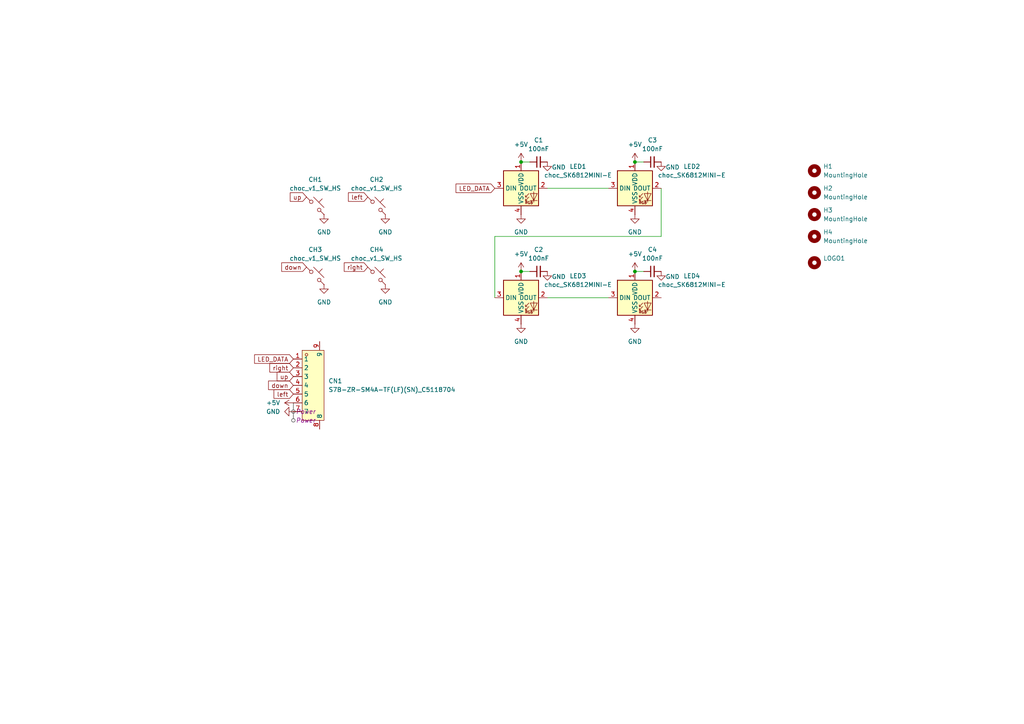
<source format=kicad_sch>
(kicad_sch
	(version 20231120)
	(generator "eeschema")
	(generator_version "8.0")
	(uuid "bb503f9d-7dde-44fc-8b0d-500d47c85fdc")
	(paper "A4")
	(title_block
		(title "wasd-m")
		(date "2025-02-03")
		(rev "v1")
		(company "Speedy Labs")
	)
	(lib_symbols
		(symbol "Device:C_Small"
			(pin_numbers hide)
			(pin_names
				(offset 0.254) hide)
			(exclude_from_sim no)
			(in_bom yes)
			(on_board yes)
			(property "Reference" "C"
				(at 0.254 1.778 0)
				(effects
					(font
						(size 1.27 1.27)
					)
					(justify left)
				)
			)
			(property "Value" "C_Small"
				(at 0.254 -2.032 0)
				(effects
					(font
						(size 1.27 1.27)
					)
					(justify left)
				)
			)
			(property "Footprint" ""
				(at 0 0 0)
				(effects
					(font
						(size 1.27 1.27)
					)
					(hide yes)
				)
			)
			(property "Datasheet" "~"
				(at 0 0 0)
				(effects
					(font
						(size 1.27 1.27)
					)
					(hide yes)
				)
			)
			(property "Description" "Unpolarized capacitor, small symbol"
				(at 0 0 0)
				(effects
					(font
						(size 1.27 1.27)
					)
					(hide yes)
				)
			)
			(property "ki_keywords" "capacitor cap"
				(at 0 0 0)
				(effects
					(font
						(size 1.27 1.27)
					)
					(hide yes)
				)
			)
			(property "ki_fp_filters" "C_*"
				(at 0 0 0)
				(effects
					(font
						(size 1.27 1.27)
					)
					(hide yes)
				)
			)
			(symbol "C_Small_0_1"
				(polyline
					(pts
						(xy -1.524 -0.508) (xy 1.524 -0.508)
					)
					(stroke
						(width 0.3302)
						(type default)
					)
					(fill
						(type none)
					)
				)
				(polyline
					(pts
						(xy -1.524 0.508) (xy 1.524 0.508)
					)
					(stroke
						(width 0.3048)
						(type default)
					)
					(fill
						(type none)
					)
				)
			)
			(symbol "C_Small_1_1"
				(pin passive line
					(at 0 2.54 270)
					(length 2.032)
					(name "~"
						(effects
							(font
								(size 1.27 1.27)
							)
						)
					)
					(number "1"
						(effects
							(font
								(size 1.27 1.27)
							)
						)
					)
				)
				(pin passive line
					(at 0 -2.54 90)
					(length 2.032)
					(name "~"
						(effects
							(font
								(size 1.27 1.27)
							)
						)
					)
					(number "2"
						(effects
							(font
								(size 1.27 1.27)
							)
						)
					)
				)
			)
		)
		(symbol "Mechanical:MountingHole"
			(pin_names
				(offset 1.016)
			)
			(exclude_from_sim yes)
			(in_bom no)
			(on_board yes)
			(property "Reference" "H"
				(at 0 5.08 0)
				(effects
					(font
						(size 1.27 1.27)
					)
				)
			)
			(property "Value" "MountingHole"
				(at 0 3.175 0)
				(effects
					(font
						(size 1.27 1.27)
					)
				)
			)
			(property "Footprint" ""
				(at 0 0 0)
				(effects
					(font
						(size 1.27 1.27)
					)
					(hide yes)
				)
			)
			(property "Datasheet" "~"
				(at 0 0 0)
				(effects
					(font
						(size 1.27 1.27)
					)
					(hide yes)
				)
			)
			(property "Description" "Mounting Hole without connection"
				(at 0 0 0)
				(effects
					(font
						(size 1.27 1.27)
					)
					(hide yes)
				)
			)
			(property "ki_keywords" "mounting hole"
				(at 0 0 0)
				(effects
					(font
						(size 1.27 1.27)
					)
					(hide yes)
				)
			)
			(property "ki_fp_filters" "MountingHole*"
				(at 0 0 0)
				(effects
					(font
						(size 1.27 1.27)
					)
					(hide yes)
				)
			)
			(symbol "MountingHole_0_1"
				(circle
					(center 0 0)
					(radius 1.27)
					(stroke
						(width 1.27)
						(type default)
					)
					(fill
						(type none)
					)
				)
			)
		)
		(symbol "PCM_marbastlib-choc:choc_SK6812MINI-E"
			(exclude_from_sim no)
			(in_bom yes)
			(on_board yes)
			(property "Reference" "LED"
				(at 2.54 6.35 0)
				(effects
					(font
						(size 1.27 1.27)
					)
				)
			)
			(property "Value" "choc_SK6812MINI-E"
				(at 10.795 -6.35 0)
				(effects
					(font
						(size 1.27 1.27)
					)
				)
			)
			(property "Footprint" "PCM_marbastlib-choc:LED_choc_6028R"
				(at 0 0 0)
				(effects
					(font
						(size 1.27 1.27)
					)
					(hide yes)
				)
			)
			(property "Datasheet" ""
				(at 0 0 0)
				(effects
					(font
						(size 1.27 1.27)
					)
					(hide yes)
				)
			)
			(property "Description" "Reverse mount adressable LED (WS2812 protocol)"
				(at 0 0 0)
				(effects
					(font
						(size 1.27 1.27)
					)
					(hide yes)
				)
			)
			(property "ki_keywords" "reverse mount led revmount rgb"
				(at 0 0 0)
				(effects
					(font
						(size 1.27 1.27)
					)
					(hide yes)
				)
			)
			(symbol "choc_SK6812MINI-E_0_0"
				(text "RGB"
					(at 2.286 -4.191 0)
					(effects
						(font
							(size 0.762 0.762)
						)
					)
				)
			)
			(symbol "choc_SK6812MINI-E_0_1"
				(rectangle
					(start -5.08 5.08)
					(end 5.08 -5.08)
					(stroke
						(width 0.254)
						(type default)
					)
					(fill
						(type background)
					)
				)
				(polyline
					(pts
						(xy 1.27 -3.556) (xy 1.778 -3.556)
					)
					(stroke
						(width 0)
						(type default)
					)
					(fill
						(type none)
					)
				)
				(polyline
					(pts
						(xy 1.27 -2.54) (xy 1.778 -2.54)
					)
					(stroke
						(width 0)
						(type default)
					)
					(fill
						(type none)
					)
				)
				(polyline
					(pts
						(xy 4.699 -3.556) (xy 2.667 -3.556)
					)
					(stroke
						(width 0)
						(type default)
					)
					(fill
						(type none)
					)
				)
				(polyline
					(pts
						(xy 2.286 -2.54) (xy 1.27 -3.556) (xy 1.27 -3.048)
					)
					(stroke
						(width 0)
						(type default)
					)
					(fill
						(type none)
					)
				)
				(polyline
					(pts
						(xy 2.286 -1.524) (xy 1.27 -2.54) (xy 1.27 -2.032)
					)
					(stroke
						(width 0)
						(type default)
					)
					(fill
						(type none)
					)
				)
				(polyline
					(pts
						(xy 3.683 -1.016) (xy 3.683 -3.556) (xy 3.683 -4.064)
					)
					(stroke
						(width 0)
						(type default)
					)
					(fill
						(type none)
					)
				)
				(polyline
					(pts
						(xy 4.699 -1.524) (xy 2.667 -1.524) (xy 3.683 -3.556) (xy 4.699 -1.524)
					)
					(stroke
						(width 0)
						(type default)
					)
					(fill
						(type none)
					)
				)
			)
			(symbol "choc_SK6812MINI-E_1_1"
				(pin power_in line
					(at 0 7.62 270)
					(length 2.54)
					(name "VDD"
						(effects
							(font
								(size 1.27 1.27)
							)
						)
					)
					(number "1"
						(effects
							(font
								(size 1.27 1.27)
							)
						)
					)
				)
				(pin output line
					(at 7.62 0 180)
					(length 2.54)
					(name "DOUT"
						(effects
							(font
								(size 1.27 1.27)
							)
						)
					)
					(number "2"
						(effects
							(font
								(size 1.27 1.27)
							)
						)
					)
				)
				(pin input line
					(at -7.62 0 0)
					(length 2.54)
					(name "DIN"
						(effects
							(font
								(size 1.27 1.27)
							)
						)
					)
					(number "3"
						(effects
							(font
								(size 1.27 1.27)
							)
						)
					)
				)
				(pin power_in line
					(at 0 -7.62 90)
					(length 2.54)
					(name "VSS"
						(effects
							(font
								(size 1.27 1.27)
							)
						)
					)
					(number "4"
						(effects
							(font
								(size 1.27 1.27)
							)
						)
					)
				)
			)
		)
		(symbol "PCM_marbastlib-choc:choc_v1_SW_HS_CPG135001S30"
			(pin_numbers hide)
			(pin_names
				(offset 1.016) hide)
			(exclude_from_sim no)
			(in_bom yes)
			(on_board yes)
			(property "Reference" "CH"
				(at 3.048 1.016 0)
				(effects
					(font
						(size 1.27 1.27)
					)
					(justify left)
				)
			)
			(property "Value" "choc_v1_SW_HS"
				(at 0 -3.81 0)
				(effects
					(font
						(size 1.27 1.27)
					)
				)
			)
			(property "Footprint" "PCM_marbastlib-choc:SW_choc_v1_HS_CPG135001S30_1u"
				(at 0 0 0)
				(effects
					(font
						(size 1.27 1.27)
					)
					(hide yes)
				)
			)
			(property "Datasheet" "~"
				(at 0 0 0)
				(effects
					(font
						(size 1.27 1.27)
					)
					(hide yes)
				)
			)
			(property "Description" "Push button switch, normally open, two pins, 45° tilted"
				(at 0 0 0)
				(effects
					(font
						(size 1.27 1.27)
					)
					(hide yes)
				)
			)
			(property "ki_keywords" "switch normally-open pushbutton push-button"
				(at 0 0 0)
				(effects
					(font
						(size 1.27 1.27)
					)
					(hide yes)
				)
			)
			(symbol "choc_v1_SW_HS_CPG135001S30_0_1"
				(circle
					(center -1.1684 1.1684)
					(radius 0.508)
					(stroke
						(width 0)
						(type default)
					)
					(fill
						(type none)
					)
				)
				(polyline
					(pts
						(xy -0.508 2.54) (xy 2.54 -0.508)
					)
					(stroke
						(width 0)
						(type default)
					)
					(fill
						(type none)
					)
				)
				(polyline
					(pts
						(xy 1.016 1.016) (xy 2.032 2.032)
					)
					(stroke
						(width 0)
						(type default)
					)
					(fill
						(type none)
					)
				)
				(polyline
					(pts
						(xy -2.54 2.54) (xy -1.524 1.524) (xy -1.524 1.524)
					)
					(stroke
						(width 0)
						(type default)
					)
					(fill
						(type none)
					)
				)
				(polyline
					(pts
						(xy 1.524 -1.524) (xy 2.54 -2.54) (xy 2.54 -2.54) (xy 2.54 -2.54)
					)
					(stroke
						(width 0)
						(type default)
					)
					(fill
						(type none)
					)
				)
				(circle
					(center 1.143 -1.1938)
					(radius 0.508)
					(stroke
						(width 0)
						(type default)
					)
					(fill
						(type none)
					)
				)
				(pin passive line
					(at -2.54 2.54 0)
					(length 0)
					(name "1"
						(effects
							(font
								(size 1.27 1.27)
							)
						)
					)
					(number "1"
						(effects
							(font
								(size 1.27 1.27)
							)
						)
					)
				)
				(pin passive line
					(at 2.54 -2.54 180)
					(length 0)
					(name "2"
						(effects
							(font
								(size 1.27 1.27)
							)
						)
					)
					(number "2"
						(effects
							(font
								(size 1.27 1.27)
							)
						)
					)
				)
			)
		)
		(symbol "easyeda:S7B-ZR-SM4A-TF(LF)(SN)_C5118704"
			(exclude_from_sim no)
			(in_bom yes)
			(on_board yes)
			(property "Reference" "CN"
				(at 0 17.78 0)
				(effects
					(font
						(size 1.27 1.27)
					)
				)
			)
			(property "Value" "S7B-ZR-SM4A-TF(LF)(SN)_C5118704"
				(at 0 -17.78 0)
				(effects
					(font
						(size 1.27 1.27)
					)
				)
			)
			(property "Footprint" "easyeda:CONN-SMD_S7B-ZR-SM4A-TF-LF-SN"
				(at 0 -20.32 0)
				(effects
					(font
						(size 1.27 1.27)
					)
					(hide yes)
				)
			)
			(property "Datasheet" ""
				(at 0 0 0)
				(effects
					(font
						(size 1.27 1.27)
					)
					(hide yes)
				)
			)
			(property "Description" ""
				(at 0 0 0)
				(effects
					(font
						(size 1.27 1.27)
					)
					(hide yes)
				)
			)
			(property "LCSC Part" "C5118704"
				(at 0 -22.86 0)
				(effects
					(font
						(size 1.27 1.27)
					)
					(hide yes)
				)
			)
			(symbol "S7B-ZR-SM4A-TF(LF)(SN)_C5118704_0_1"
				(rectangle
					(start -1.27 10.16)
					(end 5.08 -10.16)
					(stroke
						(width 0)
						(type default)
					)
					(fill
						(type background)
					)
				)
				(circle
					(center 0 8.89)
					(radius 0.38)
					(stroke
						(width 0)
						(type default)
					)
					(fill
						(type none)
					)
				)
				(pin unspecified line
					(at -3.81 7.62 0)
					(length 2.54)
					(name "1"
						(effects
							(font
								(size 1.27 1.27)
							)
						)
					)
					(number "1"
						(effects
							(font
								(size 1.27 1.27)
							)
						)
					)
				)
				(pin unspecified line
					(at -3.81 5.08 0)
					(length 2.54)
					(name "2"
						(effects
							(font
								(size 1.27 1.27)
							)
						)
					)
					(number "2"
						(effects
							(font
								(size 1.27 1.27)
							)
						)
					)
				)
				(pin unspecified line
					(at -3.81 2.54 0)
					(length 2.54)
					(name "3"
						(effects
							(font
								(size 1.27 1.27)
							)
						)
					)
					(number "3"
						(effects
							(font
								(size 1.27 1.27)
							)
						)
					)
				)
				(pin unspecified line
					(at -3.81 0 0)
					(length 2.54)
					(name "4"
						(effects
							(font
								(size 1.27 1.27)
							)
						)
					)
					(number "4"
						(effects
							(font
								(size 1.27 1.27)
							)
						)
					)
				)
				(pin unspecified line
					(at -3.81 -2.54 0)
					(length 2.54)
					(name "5"
						(effects
							(font
								(size 1.27 1.27)
							)
						)
					)
					(number "5"
						(effects
							(font
								(size 1.27 1.27)
							)
						)
					)
				)
				(pin unspecified line
					(at -3.81 -5.08 0)
					(length 2.54)
					(name "6"
						(effects
							(font
								(size 1.27 1.27)
							)
						)
					)
					(number "6"
						(effects
							(font
								(size 1.27 1.27)
							)
						)
					)
				)
				(pin unspecified line
					(at -3.81 -7.62 0)
					(length 2.54)
					(name "7"
						(effects
							(font
								(size 1.27 1.27)
							)
						)
					)
					(number "7"
						(effects
							(font
								(size 1.27 1.27)
							)
						)
					)
				)
				(pin unspecified line
					(at 3.81 -12.7 90)
					(length 2.54)
					(name "8"
						(effects
							(font
								(size 1.27 1.27)
							)
						)
					)
					(number "8"
						(effects
							(font
								(size 1.27 1.27)
							)
						)
					)
				)
				(pin unspecified line
					(at 3.81 12.7 270)
					(length 2.54)
					(name "9"
						(effects
							(font
								(size 1.27 1.27)
							)
						)
					)
					(number "9"
						(effects
							(font
								(size 1.27 1.27)
							)
						)
					)
				)
			)
		)
		(symbol "power:+5V"
			(power)
			(pin_numbers hide)
			(pin_names
				(offset 0) hide)
			(exclude_from_sim no)
			(in_bom yes)
			(on_board yes)
			(property "Reference" "#PWR"
				(at 0 -3.81 0)
				(effects
					(font
						(size 1.27 1.27)
					)
					(hide yes)
				)
			)
			(property "Value" "+5V"
				(at 0 3.556 0)
				(effects
					(font
						(size 1.27 1.27)
					)
				)
			)
			(property "Footprint" ""
				(at 0 0 0)
				(effects
					(font
						(size 1.27 1.27)
					)
					(hide yes)
				)
			)
			(property "Datasheet" ""
				(at 0 0 0)
				(effects
					(font
						(size 1.27 1.27)
					)
					(hide yes)
				)
			)
			(property "Description" "Power symbol creates a global label with name \"+5V\""
				(at 0 0 0)
				(effects
					(font
						(size 1.27 1.27)
					)
					(hide yes)
				)
			)
			(property "ki_keywords" "global power"
				(at 0 0 0)
				(effects
					(font
						(size 1.27 1.27)
					)
					(hide yes)
				)
			)
			(symbol "+5V_0_1"
				(polyline
					(pts
						(xy -0.762 1.27) (xy 0 2.54)
					)
					(stroke
						(width 0)
						(type default)
					)
					(fill
						(type none)
					)
				)
				(polyline
					(pts
						(xy 0 0) (xy 0 2.54)
					)
					(stroke
						(width 0)
						(type default)
					)
					(fill
						(type none)
					)
				)
				(polyline
					(pts
						(xy 0 2.54) (xy 0.762 1.27)
					)
					(stroke
						(width 0)
						(type default)
					)
					(fill
						(type none)
					)
				)
			)
			(symbol "+5V_1_1"
				(pin power_in line
					(at 0 0 90)
					(length 0)
					(name "~"
						(effects
							(font
								(size 1.27 1.27)
							)
						)
					)
					(number "1"
						(effects
							(font
								(size 1.27 1.27)
							)
						)
					)
				)
			)
		)
		(symbol "power:GND"
			(power)
			(pin_numbers hide)
			(pin_names
				(offset 0) hide)
			(exclude_from_sim no)
			(in_bom yes)
			(on_board yes)
			(property "Reference" "#PWR"
				(at 0 -6.35 0)
				(effects
					(font
						(size 1.27 1.27)
					)
					(hide yes)
				)
			)
			(property "Value" "GND"
				(at 0 -3.81 0)
				(effects
					(font
						(size 1.27 1.27)
					)
				)
			)
			(property "Footprint" ""
				(at 0 0 0)
				(effects
					(font
						(size 1.27 1.27)
					)
					(hide yes)
				)
			)
			(property "Datasheet" ""
				(at 0 0 0)
				(effects
					(font
						(size 1.27 1.27)
					)
					(hide yes)
				)
			)
			(property "Description" "Power symbol creates a global label with name \"GND\" , ground"
				(at 0 0 0)
				(effects
					(font
						(size 1.27 1.27)
					)
					(hide yes)
				)
			)
			(property "ki_keywords" "global power"
				(at 0 0 0)
				(effects
					(font
						(size 1.27 1.27)
					)
					(hide yes)
				)
			)
			(symbol "GND_0_1"
				(polyline
					(pts
						(xy 0 0) (xy 0 -1.27) (xy 1.27 -1.27) (xy 0 -2.54) (xy -1.27 -1.27) (xy 0 -1.27)
					)
					(stroke
						(width 0)
						(type default)
					)
					(fill
						(type none)
					)
				)
			)
			(symbol "GND_1_1"
				(pin power_in line
					(at 0 0 270)
					(length 0)
					(name "~"
						(effects
							(font
								(size 1.27 1.27)
							)
						)
					)
					(number "1"
						(effects
							(font
								(size 1.27 1.27)
							)
						)
					)
				)
			)
		)
	)
	(junction
		(at 151.13 78.74)
		(diameter 0)
		(color 0 0 0 0)
		(uuid "0f8a4b78-8ea0-48e8-b756-fb4cc089cfa5")
	)
	(junction
		(at 151.13 46.99)
		(diameter 0)
		(color 0 0 0 0)
		(uuid "6ef5cc0f-1533-4a5b-9362-f286065183b1")
	)
	(junction
		(at 184.15 78.74)
		(diameter 0)
		(color 0 0 0 0)
		(uuid "71330276-3b78-4f28-a2cd-28f947c98657")
	)
	(junction
		(at 184.15 46.99)
		(diameter 0)
		(color 0 0 0 0)
		(uuid "caa64f0c-16d5-401f-8ec5-509541aa561b")
	)
	(wire
		(pts
			(xy 143.51 86.36) (xy 143.51 68.58)
		)
		(stroke
			(width 0)
			(type default)
		)
		(uuid "1102290f-7e96-405d-9d1c-e2296ed308fc")
	)
	(wire
		(pts
			(xy 158.75 54.61) (xy 176.53 54.61)
		)
		(stroke
			(width 0)
			(type default)
		)
		(uuid "636703be-796b-4a5c-af63-b57981af82c1")
	)
	(wire
		(pts
			(xy 158.75 86.36) (xy 176.53 86.36)
		)
		(stroke
			(width 0)
			(type default)
		)
		(uuid "8bada106-53a3-4754-a032-b3ec05006568")
	)
	(wire
		(pts
			(xy 151.13 78.74) (xy 153.67 78.74)
		)
		(stroke
			(width 0)
			(type default)
		)
		(uuid "9d9fa4cc-bedc-4738-9a5a-b49948e469a7")
	)
	(wire
		(pts
			(xy 191.77 68.58) (xy 191.77 54.61)
		)
		(stroke
			(width 0)
			(type default)
		)
		(uuid "ac84789b-5429-43db-af48-06bf54ba4f1b")
	)
	(wire
		(pts
			(xy 143.51 68.58) (xy 191.77 68.58)
		)
		(stroke
			(width 0)
			(type default)
		)
		(uuid "c07a78e4-15ce-421f-b7db-5e7755e645a3")
	)
	(wire
		(pts
			(xy 184.15 78.74) (xy 186.69 78.74)
		)
		(stroke
			(width 0)
			(type default)
		)
		(uuid "c2b83816-8838-4ddc-ad9a-275ec4b71af4")
	)
	(wire
		(pts
			(xy 151.13 46.99) (xy 153.67 46.99)
		)
		(stroke
			(width 0)
			(type default)
		)
		(uuid "d5320aed-4fcb-400d-b9ce-267f26b39365")
	)
	(wire
		(pts
			(xy 184.15 46.99) (xy 186.69 46.99)
		)
		(stroke
			(width 0)
			(type default)
		)
		(uuid "ee448acf-268e-4cdd-a2f7-fedf0ab72ca2")
	)
	(global_label "right"
		(shape input)
		(at 106.68 77.47 180)
		(fields_autoplaced yes)
		(effects
			(font
				(size 1.27 1.27)
			)
			(justify right)
		)
		(uuid "430a717e-2756-4eb7-a9c7-b96e2a4b27d6")
		(property "Intersheetrefs" "${INTERSHEET_REFS}"
			(at 99.2801 77.47 0)
			(effects
				(font
					(size 1.27 1.27)
				)
				(justify right)
				(hide yes)
			)
		)
	)
	(global_label "up"
		(shape input)
		(at 88.9 57.15 180)
		(fields_autoplaced yes)
		(effects
			(font
				(size 1.27 1.27)
			)
			(justify right)
		)
		(uuid "46265b20-a69a-4018-b73c-274bde3c2a65")
		(property "Intersheetrefs" "${INTERSHEET_REFS}"
			(at 83.6168 57.15 0)
			(effects
				(font
					(size 1.27 1.27)
				)
				(justify right)
				(hide yes)
			)
		)
	)
	(global_label "right"
		(shape input)
		(at 85.09 106.68 180)
		(fields_autoplaced yes)
		(effects
			(font
				(size 1.27 1.27)
			)
			(justify right)
		)
		(uuid "760565c7-3765-41f0-9aa1-790a1c602f11")
		(property "Intersheetrefs" "${INTERSHEET_REFS}"
			(at 77.6901 106.68 0)
			(effects
				(font
					(size 1.27 1.27)
				)
				(justify right)
				(hide yes)
			)
		)
	)
	(global_label "down"
		(shape input)
		(at 85.09 111.76 180)
		(fields_autoplaced yes)
		(effects
			(font
				(size 1.27 1.27)
			)
			(justify right)
		)
		(uuid "85799ffa-6c61-4a9b-84ea-319876ecc1ac")
		(property "Intersheetrefs" "${INTERSHEET_REFS}"
			(at 77.3273 111.76 0)
			(effects
				(font
					(size 1.27 1.27)
				)
				(justify right)
				(hide yes)
			)
		)
	)
	(global_label "down"
		(shape input)
		(at 88.9 77.47 180)
		(fields_autoplaced yes)
		(effects
			(font
				(size 1.27 1.27)
			)
			(justify right)
		)
		(uuid "8f115973-2284-468e-b3aa-81db4b1d2655")
		(property "Intersheetrefs" "${INTERSHEET_REFS}"
			(at 81.1373 77.47 0)
			(effects
				(font
					(size 1.27 1.27)
				)
				(justify right)
				(hide yes)
			)
		)
	)
	(global_label "LED_DATA"
		(shape input)
		(at 143.51 54.61 180)
		(fields_autoplaced yes)
		(effects
			(font
				(size 1.27 1.27)
			)
			(justify right)
		)
		(uuid "9c462663-63a9-4149-a5f1-71d86fcee2ad")
		(property "Intersheetrefs" "${INTERSHEET_REFS}"
			(at 131.6953 54.61 0)
			(effects
				(font
					(size 1.27 1.27)
				)
				(justify right)
				(hide yes)
			)
		)
	)
	(global_label "LED_DATA"
		(shape input)
		(at 85.09 104.14 180)
		(fields_autoplaced yes)
		(effects
			(font
				(size 1.27 1.27)
			)
			(justify right)
		)
		(uuid "c170e4d7-fed7-48c4-b1b5-16de4d190345")
		(property "Intersheetrefs" "${INTERSHEET_REFS}"
			(at 73.2753 104.14 0)
			(effects
				(font
					(size 1.27 1.27)
				)
				(justify right)
				(hide yes)
			)
		)
	)
	(global_label "up"
		(shape input)
		(at 85.09 109.22 180)
		(fields_autoplaced yes)
		(effects
			(font
				(size 1.27 1.27)
			)
			(justify right)
		)
		(uuid "cdb87742-0954-4485-8b9e-baf787df1bd7")
		(property "Intersheetrefs" "${INTERSHEET_REFS}"
			(at 79.8068 109.22 0)
			(effects
				(font
					(size 1.27 1.27)
				)
				(justify right)
				(hide yes)
			)
		)
	)
	(global_label "left"
		(shape input)
		(at 85.09 114.3 180)
		(fields_autoplaced yes)
		(effects
			(font
				(size 1.27 1.27)
			)
			(justify right)
		)
		(uuid "e98274af-bb0c-48bd-b4da-dbaa146072e3")
		(property "Intersheetrefs" "${INTERSHEET_REFS}"
			(at 78.8996 114.3 0)
			(effects
				(font
					(size 1.27 1.27)
				)
				(justify right)
				(hide yes)
			)
		)
	)
	(global_label "left"
		(shape input)
		(at 106.68 57.15 180)
		(fields_autoplaced yes)
		(effects
			(font
				(size 1.27 1.27)
			)
			(justify right)
		)
		(uuid "f5d18c4f-faae-4b11-a164-aa0325ffe810")
		(property "Intersheetrefs" "${INTERSHEET_REFS}"
			(at 100.4896 57.15 0)
			(effects
				(font
					(size 1.27 1.27)
				)
				(justify right)
				(hide yes)
			)
		)
	)
	(netclass_flag ""
		(length 2.54)
		(shape round)
		(at 85.09 116.84 180)
		(fields_autoplaced yes)
		(effects
			(font
				(size 1.27 1.27)
			)
			(justify right bottom)
		)
		(uuid "905a8dc2-60d1-4d11-ad2d-5d2ff4f84aa1")
		(property "Netclass" "Power"
			(at 85.7885 119.38 0)
			(effects
				(font
					(size 1.27 1.27)
					(italic yes)
				)
				(justify left)
			)
		)
	)
	(netclass_flag ""
		(length 2.54)
		(shape round)
		(at 85.09 119.38 180)
		(fields_autoplaced yes)
		(effects
			(font
				(size 1.27 1.27)
			)
			(justify right bottom)
		)
		(uuid "937fe23e-f9f3-447c-b7e6-4aaccf28861e")
		(property "Netclass" "Power"
			(at 85.7885 121.92 0)
			(effects
				(font
					(size 1.27 1.27)
					(italic yes)
				)
				(justify left)
			)
		)
	)
	(symbol
		(lib_id "PCM_marbastlib-choc:choc_SK6812MINI-E")
		(at 151.13 86.36 0)
		(unit 1)
		(exclude_from_sim no)
		(in_bom yes)
		(on_board yes)
		(dnp no)
		(fields_autoplaced yes)
		(uuid "0646d18e-f126-42c3-9016-4c78ba8ed6a7")
		(property "Reference" "LED3"
			(at 167.64 80.0414 0)
			(effects
				(font
					(size 1.27 1.27)
				)
			)
		)
		(property "Value" "choc_SK6812MINI-E"
			(at 167.64 82.5814 0)
			(effects
				(font
					(size 1.27 1.27)
				)
			)
		)
		(property "Footprint" "PCM_marbastlib-choc:LED_choc_6028R"
			(at 151.13 86.36 0)
			(effects
				(font
					(size 1.27 1.27)
				)
				(hide yes)
			)
		)
		(property "Datasheet" ""
			(at 151.13 86.36 0)
			(effects
				(font
					(size 1.27 1.27)
				)
				(hide yes)
			)
		)
		(property "Description" "Reverse mount adressable LED (WS2812 protocol)"
			(at 151.13 86.36 0)
			(effects
				(font
					(size 1.27 1.27)
				)
				(hide yes)
			)
		)
		(property "LCSC" "C5149201"
			(at 151.13 86.36 0)
			(effects
				(font
					(size 1.27 1.27)
				)
				(hide yes)
			)
		)
		(pin "3"
			(uuid "d3d0553b-f9d8-40c5-9e46-78ec5e7661f0")
		)
		(pin "2"
			(uuid "cdf7834f-66ee-438a-9f13-64601dcfd0c4")
		)
		(pin "4"
			(uuid "1c19fe2b-f73a-4e39-b0fb-d8efdf40bb54")
		)
		(pin "1"
			(uuid "3357c6a5-5b4d-4d09-95c7-d4a3fd14452e")
		)
		(instances
			(project "wasd"
				(path "/bb503f9d-7dde-44fc-8b0d-500d47c85fdc"
					(reference "LED3")
					(unit 1)
				)
			)
		)
	)
	(symbol
		(lib_id "PCM_marbastlib-choc:choc_v1_SW_HS_CPG135001S30")
		(at 109.22 59.69 0)
		(unit 1)
		(exclude_from_sim no)
		(in_bom yes)
		(on_board yes)
		(dnp no)
		(fields_autoplaced yes)
		(uuid "0ad94857-4a38-4181-ba13-2450fd8b55fc")
		(property "Reference" "CH2"
			(at 109.22 52.07 0)
			(effects
				(font
					(size 1.27 1.27)
				)
			)
		)
		(property "Value" "choc_v1_SW_HS"
			(at 109.22 54.61 0)
			(effects
				(font
					(size 1.27 1.27)
				)
			)
		)
		(property "Footprint" "PCM_marbastlib-xp-choc:SW_choc_v2_HS_CPG135001S30_1u"
			(at 109.22 59.69 0)
			(effects
				(font
					(size 1.27 1.27)
				)
				(hide yes)
			)
		)
		(property "Datasheet" "~"
			(at 109.22 59.69 0)
			(effects
				(font
					(size 1.27 1.27)
				)
				(hide yes)
			)
		)
		(property "Description" "Push button switch, normally open, two pins, 45° tilted"
			(at 109.22 59.69 0)
			(effects
				(font
					(size 1.27 1.27)
				)
				(hide yes)
			)
		)
		(property "LCSC" "C5333465"
			(at 109.22 59.69 0)
			(effects
				(font
					(size 1.27 1.27)
				)
				(hide yes)
			)
		)
		(pin "1"
			(uuid "6f7fab06-008a-480e-8896-a65fae293d14")
		)
		(pin "2"
			(uuid "d2d930ac-89a4-4fa6-a52c-dc26aeb35488")
		)
		(instances
			(project "wasd"
				(path "/bb503f9d-7dde-44fc-8b0d-500d47c85fdc"
					(reference "CH2")
					(unit 1)
				)
			)
		)
	)
	(symbol
		(lib_id "Mechanical:MountingHole")
		(at 236.22 49.53 0)
		(unit 1)
		(exclude_from_sim yes)
		(in_bom no)
		(on_board yes)
		(dnp no)
		(fields_autoplaced yes)
		(uuid "17abd58f-2ade-4ae6-87a0-db106b999de0")
		(property "Reference" "H1"
			(at 238.76 48.2599 0)
			(effects
				(font
					(size 1.27 1.27)
				)
				(justify left)
			)
		)
		(property "Value" "MountingHole"
			(at 238.76 50.7999 0)
			(effects
				(font
					(size 1.27 1.27)
				)
				(justify left)
			)
		)
		(property "Footprint" "MountingHole:MountingHole_3mm"
			(at 236.22 49.53 0)
			(effects
				(font
					(size 1.27 1.27)
				)
				(hide yes)
			)
		)
		(property "Datasheet" "~"
			(at 236.22 49.53 0)
			(effects
				(font
					(size 1.27 1.27)
				)
				(hide yes)
			)
		)
		(property "Description" "Mounting Hole without connection"
			(at 236.22 49.53 0)
			(effects
				(font
					(size 1.27 1.27)
				)
				(hide yes)
			)
		)
		(instances
			(project ""
				(path "/bb503f9d-7dde-44fc-8b0d-500d47c85fdc"
					(reference "H1")
					(unit 1)
				)
			)
		)
	)
	(symbol
		(lib_id "power:GND")
		(at 151.13 93.98 0)
		(unit 1)
		(exclude_from_sim no)
		(in_bom yes)
		(on_board yes)
		(dnp no)
		(fields_autoplaced yes)
		(uuid "1c95f7e8-dc12-49ca-8f9c-eae18067cccc")
		(property "Reference" "#PWR07"
			(at 151.13 100.33 0)
			(effects
				(font
					(size 1.27 1.27)
				)
				(hide yes)
			)
		)
		(property "Value" "GND"
			(at 151.13 99.06 0)
			(effects
				(font
					(size 1.27 1.27)
				)
			)
		)
		(property "Footprint" ""
			(at 151.13 93.98 0)
			(effects
				(font
					(size 1.27 1.27)
				)
				(hide yes)
			)
		)
		(property "Datasheet" ""
			(at 151.13 93.98 0)
			(effects
				(font
					(size 1.27 1.27)
				)
				(hide yes)
			)
		)
		(property "Description" "Power symbol creates a global label with name \"GND\" , ground"
			(at 151.13 93.98 0)
			(effects
				(font
					(size 1.27 1.27)
				)
				(hide yes)
			)
		)
		(pin "1"
			(uuid "761961ad-404a-47aa-a407-0e036eaf9d97")
		)
		(instances
			(project "wasd"
				(path "/bb503f9d-7dde-44fc-8b0d-500d47c85fdc"
					(reference "#PWR07")
					(unit 1)
				)
			)
		)
	)
	(symbol
		(lib_id "Mechanical:MountingHole")
		(at 236.22 62.23 0)
		(unit 1)
		(exclude_from_sim yes)
		(in_bom no)
		(on_board yes)
		(dnp no)
		(fields_autoplaced yes)
		(uuid "3dd31ccc-b09e-4f78-a92f-06c5797073f9")
		(property "Reference" "H3"
			(at 238.76 60.9599 0)
			(effects
				(font
					(size 1.27 1.27)
				)
				(justify left)
			)
		)
		(property "Value" "MountingHole"
			(at 238.76 63.4999 0)
			(effects
				(font
					(size 1.27 1.27)
				)
				(justify left)
			)
		)
		(property "Footprint" "MountingHole:MountingHole_3mm"
			(at 236.22 62.23 0)
			(effects
				(font
					(size 1.27 1.27)
				)
				(hide yes)
			)
		)
		(property "Datasheet" "~"
			(at 236.22 62.23 0)
			(effects
				(font
					(size 1.27 1.27)
				)
				(hide yes)
			)
		)
		(property "Description" "Mounting Hole without connection"
			(at 236.22 62.23 0)
			(effects
				(font
					(size 1.27 1.27)
				)
				(hide yes)
			)
		)
		(instances
			(project "wasd"
				(path "/bb503f9d-7dde-44fc-8b0d-500d47c85fdc"
					(reference "H3")
					(unit 1)
				)
			)
		)
	)
	(symbol
		(lib_id "power:GND")
		(at 93.98 62.23 0)
		(unit 1)
		(exclude_from_sim no)
		(in_bom yes)
		(on_board yes)
		(dnp no)
		(fields_autoplaced yes)
		(uuid "488b4d5c-be26-4686-8e9e-e80cd58df69e")
		(property "Reference" "#PWR04"
			(at 93.98 68.58 0)
			(effects
				(font
					(size 1.27 1.27)
				)
				(hide yes)
			)
		)
		(property "Value" "GND"
			(at 93.98 67.31 0)
			(effects
				(font
					(size 1.27 1.27)
				)
			)
		)
		(property "Footprint" ""
			(at 93.98 62.23 0)
			(effects
				(font
					(size 1.27 1.27)
				)
				(hide yes)
			)
		)
		(property "Datasheet" ""
			(at 93.98 62.23 0)
			(effects
				(font
					(size 1.27 1.27)
				)
				(hide yes)
			)
		)
		(property "Description" "Power symbol creates a global label with name \"GND\" , ground"
			(at 93.98 62.23 0)
			(effects
				(font
					(size 1.27 1.27)
				)
				(hide yes)
			)
		)
		(pin "1"
			(uuid "48c20e84-0ec3-4c4a-bdba-04e5ef9eb097")
		)
		(instances
			(project "wasd"
				(path "/bb503f9d-7dde-44fc-8b0d-500d47c85fdc"
					(reference "#PWR04")
					(unit 1)
				)
			)
		)
	)
	(symbol
		(lib_id "PCM_marbastlib-choc:choc_SK6812MINI-E")
		(at 184.15 86.36 0)
		(unit 1)
		(exclude_from_sim no)
		(in_bom yes)
		(on_board yes)
		(dnp no)
		(fields_autoplaced yes)
		(uuid "569b6cbf-042c-477c-b3fa-c74811199ea8")
		(property "Reference" "LED4"
			(at 200.66 80.0414 0)
			(effects
				(font
					(size 1.27 1.27)
				)
			)
		)
		(property "Value" "choc_SK6812MINI-E"
			(at 200.66 82.5814 0)
			(effects
				(font
					(size 1.27 1.27)
				)
			)
		)
		(property "Footprint" "PCM_marbastlib-choc:LED_choc_6028R"
			(at 184.15 86.36 0)
			(effects
				(font
					(size 1.27 1.27)
				)
				(hide yes)
			)
		)
		(property "Datasheet" ""
			(at 184.15 86.36 0)
			(effects
				(font
					(size 1.27 1.27)
				)
				(hide yes)
			)
		)
		(property "Description" "Reverse mount adressable LED (WS2812 protocol)"
			(at 184.15 86.36 0)
			(effects
				(font
					(size 1.27 1.27)
				)
				(hide yes)
			)
		)
		(property "LCSC" "C5149201"
			(at 184.15 86.36 0)
			(effects
				(font
					(size 1.27 1.27)
				)
				(hide yes)
			)
		)
		(pin "3"
			(uuid "a006cd7d-4ca3-45d6-b698-ee33a7e8231d")
		)
		(pin "2"
			(uuid "47ceca42-19cf-405e-a310-28df4529982b")
		)
		(pin "4"
			(uuid "91b77213-e24c-45bb-9978-041334d31767")
		)
		(pin "1"
			(uuid "8aa83271-33fd-481f-90b1-078745811dbc")
		)
		(instances
			(project "wasd"
				(path "/bb503f9d-7dde-44fc-8b0d-500d47c85fdc"
					(reference "LED4")
					(unit 1)
				)
			)
		)
	)
	(symbol
		(lib_id "easyeda:S7B-ZR-SM4A-TF(LF)(SN)_C5118704")
		(at 88.9 111.76 0)
		(unit 1)
		(exclude_from_sim no)
		(in_bom yes)
		(on_board yes)
		(dnp no)
		(fields_autoplaced yes)
		(uuid "573255af-f454-433a-91c8-ecaf9ddc50bd")
		(property "Reference" "CN1"
			(at 95.25 110.4899 0)
			(effects
				(font
					(size 1.27 1.27)
				)
				(justify left)
			)
		)
		(property "Value" "S7B-ZR-SM4A-TF(LF)(SN)_C5118704"
			(at 95.25 113.0299 0)
			(effects
				(font
					(size 1.27 1.27)
				)
				(justify left)
			)
		)
		(property "Footprint" "easyeda:CONN-SMD_S7B-ZR-SM4A-TF-LF-SN"
			(at 88.9 132.08 0)
			(effects
				(font
					(size 1.27 1.27)
				)
				(hide yes)
			)
		)
		(property "Datasheet" ""
			(at 88.9 111.76 0)
			(effects
				(font
					(size 1.27 1.27)
				)
				(hide yes)
			)
		)
		(property "Description" ""
			(at 88.9 111.76 0)
			(effects
				(font
					(size 1.27 1.27)
				)
				(hide yes)
			)
		)
		(property "LCSC Part" "C5118704"
			(at 88.9 134.62 0)
			(effects
				(font
					(size 1.27 1.27)
				)
				(hide yes)
			)
		)
		(pin "1"
			(uuid "4e70dda1-a04a-47fb-8268-4f8aaea07be2")
		)
		(pin "6"
			(uuid "e51f6388-573c-4b2d-8b48-156eebd36141")
		)
		(pin "9"
			(uuid "939981b9-8fe7-411e-97d0-b3198ef92428")
		)
		(pin "5"
			(uuid "cf1f2af2-7bd2-4b45-af0b-d7f7fd6da177")
		)
		(pin "4"
			(uuid "8404a541-0f8d-4ed5-bbe0-dd033214bdf8")
		)
		(pin "7"
			(uuid "985b7e67-30fe-4dea-8ac9-9e057b374548")
		)
		(pin "8"
			(uuid "d67759b2-050b-4a54-a583-b8b8f23d20ca")
		)
		(pin "3"
			(uuid "1ec41afb-05c4-491d-8bd3-546940344348")
		)
		(pin "2"
			(uuid "bb7324b1-29bd-4b90-b1ea-a26daffd82e3")
		)
		(instances
			(project ""
				(path "/bb503f9d-7dde-44fc-8b0d-500d47c85fdc"
					(reference "CN1")
					(unit 1)
				)
			)
		)
	)
	(symbol
		(lib_id "power:GND")
		(at 184.15 62.23 0)
		(unit 1)
		(exclude_from_sim no)
		(in_bom yes)
		(on_board yes)
		(dnp no)
		(fields_autoplaced yes)
		(uuid "5d9f65ba-96e8-4d28-9d55-abef539d502c")
		(property "Reference" "#PWR06"
			(at 184.15 68.58 0)
			(effects
				(font
					(size 1.27 1.27)
				)
				(hide yes)
			)
		)
		(property "Value" "GND"
			(at 184.15 67.31 0)
			(effects
				(font
					(size 1.27 1.27)
				)
			)
		)
		(property "Footprint" ""
			(at 184.15 62.23 0)
			(effects
				(font
					(size 1.27 1.27)
				)
				(hide yes)
			)
		)
		(property "Datasheet" ""
			(at 184.15 62.23 0)
			(effects
				(font
					(size 1.27 1.27)
				)
				(hide yes)
			)
		)
		(property "Description" "Power symbol creates a global label with name \"GND\" , ground"
			(at 184.15 62.23 0)
			(effects
				(font
					(size 1.27 1.27)
				)
				(hide yes)
			)
		)
		(pin "1"
			(uuid "6caeb969-bcd9-4b58-ae0a-da5ca29bdc56")
		)
		(instances
			(project "wasd"
				(path "/bb503f9d-7dde-44fc-8b0d-500d47c85fdc"
					(reference "#PWR06")
					(unit 1)
				)
			)
		)
	)
	(symbol
		(lib_id "power:+5V")
		(at 85.09 116.84 90)
		(unit 1)
		(exclude_from_sim no)
		(in_bom yes)
		(on_board yes)
		(dnp no)
		(fields_autoplaced yes)
		(uuid "5eaba51c-0db3-4755-805e-ee2257953b29")
		(property "Reference" "#PWR013"
			(at 88.9 116.84 0)
			(effects
				(font
					(size 1.27 1.27)
				)
				(hide yes)
			)
		)
		(property "Value" "+5V"
			(at 81.28 116.8399 90)
			(effects
				(font
					(size 1.27 1.27)
				)
				(justify left)
			)
		)
		(property "Footprint" ""
			(at 85.09 116.84 0)
			(effects
				(font
					(size 1.27 1.27)
				)
				(hide yes)
			)
		)
		(property "Datasheet" ""
			(at 85.09 116.84 0)
			(effects
				(font
					(size 1.27 1.27)
				)
				(hide yes)
			)
		)
		(property "Description" "Power symbol creates a global label with name \"+5V\""
			(at 85.09 116.84 0)
			(effects
				(font
					(size 1.27 1.27)
				)
				(hide yes)
			)
		)
		(pin "1"
			(uuid "48a6cdc0-0fd3-4e97-ad21-b4e570860071")
		)
		(instances
			(project "wasd"
				(path "/bb503f9d-7dde-44fc-8b0d-500d47c85fdc"
					(reference "#PWR013")
					(unit 1)
				)
			)
		)
	)
	(symbol
		(lib_id "power:GND")
		(at 191.77 46.99 0)
		(unit 1)
		(exclude_from_sim no)
		(in_bom yes)
		(on_board yes)
		(dnp no)
		(uuid "5fcd5aef-89a2-479e-b125-a18a16a27aab")
		(property "Reference" "#PWR016"
			(at 191.77 53.34 0)
			(effects
				(font
					(size 1.27 1.27)
				)
				(hide yes)
			)
		)
		(property "Value" "GND"
			(at 195.072 48.514 0)
			(effects
				(font
					(size 1.27 1.27)
				)
			)
		)
		(property "Footprint" ""
			(at 191.77 46.99 0)
			(effects
				(font
					(size 1.27 1.27)
				)
				(hide yes)
			)
		)
		(property "Datasheet" ""
			(at 191.77 46.99 0)
			(effects
				(font
					(size 1.27 1.27)
				)
				(hide yes)
			)
		)
		(property "Description" "Power symbol creates a global label with name \"GND\" , ground"
			(at 191.77 46.99 0)
			(effects
				(font
					(size 1.27 1.27)
				)
				(hide yes)
			)
		)
		(pin "1"
			(uuid "f721f3e6-f6f1-4201-acfd-801fe9187a13")
		)
		(instances
			(project "wasd"
				(path "/bb503f9d-7dde-44fc-8b0d-500d47c85fdc"
					(reference "#PWR016")
					(unit 1)
				)
			)
		)
	)
	(symbol
		(lib_id "power:GND")
		(at 111.76 82.55 0)
		(unit 1)
		(exclude_from_sim no)
		(in_bom yes)
		(on_board yes)
		(dnp no)
		(fields_autoplaced yes)
		(uuid "7af28b8f-dc43-419a-a610-5225bdb5f703")
		(property "Reference" "#PWR03"
			(at 111.76 88.9 0)
			(effects
				(font
					(size 1.27 1.27)
				)
				(hide yes)
			)
		)
		(property "Value" "GND"
			(at 111.76 87.63 0)
			(effects
				(font
					(size 1.27 1.27)
				)
			)
		)
		(property "Footprint" ""
			(at 111.76 82.55 0)
			(effects
				(font
					(size 1.27 1.27)
				)
				(hide yes)
			)
		)
		(property "Datasheet" ""
			(at 111.76 82.55 0)
			(effects
				(font
					(size 1.27 1.27)
				)
				(hide yes)
			)
		)
		(property "Description" "Power symbol creates a global label with name \"GND\" , ground"
			(at 111.76 82.55 0)
			(effects
				(font
					(size 1.27 1.27)
				)
				(hide yes)
			)
		)
		(pin "1"
			(uuid "46351eab-8427-4692-b093-20d8101107ad")
		)
		(instances
			(project "wasd"
				(path "/bb503f9d-7dde-44fc-8b0d-500d47c85fdc"
					(reference "#PWR03")
					(unit 1)
				)
			)
		)
	)
	(symbol
		(lib_id "Device:C_Small")
		(at 189.23 78.74 90)
		(unit 1)
		(exclude_from_sim no)
		(in_bom yes)
		(on_board yes)
		(dnp no)
		(fields_autoplaced yes)
		(uuid "7d365c15-797a-4e32-a539-2ccc023d81df")
		(property "Reference" "C4"
			(at 189.2363 72.39 90)
			(effects
				(font
					(size 1.27 1.27)
				)
			)
		)
		(property "Value" "100nF"
			(at 189.2363 74.93 90)
			(effects
				(font
					(size 1.27 1.27)
				)
			)
		)
		(property "Footprint" "Capacitor_SMD:C_0402_1005Metric"
			(at 189.23 78.74 0)
			(effects
				(font
					(size 1.27 1.27)
				)
				(hide yes)
			)
		)
		(property "Datasheet" "~"
			(at 189.23 78.74 0)
			(effects
				(font
					(size 1.27 1.27)
				)
				(hide yes)
			)
		)
		(property "Description" "Unpolarized capacitor, small symbol"
			(at 189.23 78.74 0)
			(effects
				(font
					(size 1.27 1.27)
				)
				(hide yes)
			)
		)
		(property "LCSC" "C1525"
			(at 189.23 78.74 90)
			(effects
				(font
					(size 1.27 1.27)
				)
				(hide yes)
			)
		)
		(pin "2"
			(uuid "d5544344-da71-466c-94cb-26d64bb83b46")
		)
		(pin "1"
			(uuid "7fa5a212-ff11-49ba-b6f8-45a669cfc5d3")
		)
		(instances
			(project "wasd"
				(path "/bb503f9d-7dde-44fc-8b0d-500d47c85fdc"
					(reference "C4")
					(unit 1)
				)
			)
		)
	)
	(symbol
		(lib_id "power:GND")
		(at 111.76 62.23 0)
		(unit 1)
		(exclude_from_sim no)
		(in_bom yes)
		(on_board yes)
		(dnp no)
		(fields_autoplaced yes)
		(uuid "7d6d21d0-05b9-4391-aab2-61181c8a404d")
		(property "Reference" "#PWR01"
			(at 111.76 68.58 0)
			(effects
				(font
					(size 1.27 1.27)
				)
				(hide yes)
			)
		)
		(property "Value" "GND"
			(at 111.76 67.31 0)
			(effects
				(font
					(size 1.27 1.27)
				)
			)
		)
		(property "Footprint" ""
			(at 111.76 62.23 0)
			(effects
				(font
					(size 1.27 1.27)
				)
				(hide yes)
			)
		)
		(property "Datasheet" ""
			(at 111.76 62.23 0)
			(effects
				(font
					(size 1.27 1.27)
				)
				(hide yes)
			)
		)
		(property "Description" "Power symbol creates a global label with name \"GND\" , ground"
			(at 111.76 62.23 0)
			(effects
				(font
					(size 1.27 1.27)
				)
				(hide yes)
			)
		)
		(pin "1"
			(uuid "95f66433-10ca-4f4e-aacf-ad279802ca43")
		)
		(instances
			(project ""
				(path "/bb503f9d-7dde-44fc-8b0d-500d47c85fdc"
					(reference "#PWR01")
					(unit 1)
				)
			)
		)
	)
	(symbol
		(lib_id "PCM_marbastlib-choc:choc_v1_SW_HS_CPG135001S30")
		(at 109.22 80.01 0)
		(unit 1)
		(exclude_from_sim no)
		(in_bom yes)
		(on_board yes)
		(dnp no)
		(fields_autoplaced yes)
		(uuid "82e10540-9cc4-4eba-b794-65a47ece4835")
		(property "Reference" "CH4"
			(at 109.22 72.39 0)
			(effects
				(font
					(size 1.27 1.27)
				)
			)
		)
		(property "Value" "choc_v1_SW_HS"
			(at 109.22 74.93 0)
			(effects
				(font
					(size 1.27 1.27)
				)
			)
		)
		(property "Footprint" "PCM_marbastlib-xp-choc:SW_choc_v2_HS_CPG135001S30_1u"
			(at 109.22 80.01 0)
			(effects
				(font
					(size 1.27 1.27)
				)
				(hide yes)
			)
		)
		(property "Datasheet" "~"
			(at 109.22 80.01 0)
			(effects
				(font
					(size 1.27 1.27)
				)
				(hide yes)
			)
		)
		(property "Description" "Push button switch, normally open, two pins, 45° tilted"
			(at 109.22 80.01 0)
			(effects
				(font
					(size 1.27 1.27)
				)
				(hide yes)
			)
		)
		(property "LCSC" "C5333465"
			(at 109.22 80.01 0)
			(effects
				(font
					(size 1.27 1.27)
				)
				(hide yes)
			)
		)
		(pin "1"
			(uuid "2118c856-854a-446a-abab-b96333cb4220")
		)
		(pin "2"
			(uuid "3c022687-73a2-4bd0-8ca9-a1f7b17d78a8")
		)
		(instances
			(project "wasd"
				(path "/bb503f9d-7dde-44fc-8b0d-500d47c85fdc"
					(reference "CH4")
					(unit 1)
				)
			)
		)
	)
	(symbol
		(lib_id "Mechanical:MountingHole")
		(at 236.22 68.58 0)
		(unit 1)
		(exclude_from_sim yes)
		(in_bom no)
		(on_board yes)
		(dnp no)
		(fields_autoplaced yes)
		(uuid "87a8ce00-da02-4d05-9ca4-ab296c7bab0e")
		(property "Reference" "H4"
			(at 238.76 67.3099 0)
			(effects
				(font
					(size 1.27 1.27)
				)
				(justify left)
			)
		)
		(property "Value" "MountingHole"
			(at 238.76 69.8499 0)
			(effects
				(font
					(size 1.27 1.27)
				)
				(justify left)
			)
		)
		(property "Footprint" "MountingHole:MountingHole_3mm"
			(at 236.22 68.58 0)
			(effects
				(font
					(size 1.27 1.27)
				)
				(hide yes)
			)
		)
		(property "Datasheet" "~"
			(at 236.22 68.58 0)
			(effects
				(font
					(size 1.27 1.27)
				)
				(hide yes)
			)
		)
		(property "Description" "Mounting Hole without connection"
			(at 236.22 68.58 0)
			(effects
				(font
					(size 1.27 1.27)
				)
				(hide yes)
			)
		)
		(instances
			(project "wasd"
				(path "/bb503f9d-7dde-44fc-8b0d-500d47c85fdc"
					(reference "H4")
					(unit 1)
				)
			)
		)
	)
	(symbol
		(lib_id "power:GND")
		(at 85.09 119.38 270)
		(unit 1)
		(exclude_from_sim no)
		(in_bom yes)
		(on_board yes)
		(dnp no)
		(fields_autoplaced yes)
		(uuid "8b780612-c580-49c7-af7a-0cb8e65991b8")
		(property "Reference" "#PWR018"
			(at 78.74 119.38 0)
			(effects
				(font
					(size 1.27 1.27)
				)
				(hide yes)
			)
		)
		(property "Value" "GND"
			(at 81.28 119.3799 90)
			(effects
				(font
					(size 1.27 1.27)
				)
				(justify right)
			)
		)
		(property "Footprint" ""
			(at 85.09 119.38 0)
			(effects
				(font
					(size 1.27 1.27)
				)
				(hide yes)
			)
		)
		(property "Datasheet" ""
			(at 85.09 119.38 0)
			(effects
				(font
					(size 1.27 1.27)
				)
				(hide yes)
			)
		)
		(property "Description" "Power symbol creates a global label with name \"GND\" , ground"
			(at 85.09 119.38 0)
			(effects
				(font
					(size 1.27 1.27)
				)
				(hide yes)
			)
		)
		(pin "1"
			(uuid "c17ff376-4912-4d5c-88e4-5974f8ea4faa")
		)
		(instances
			(project "wasd"
				(path "/bb503f9d-7dde-44fc-8b0d-500d47c85fdc"
					(reference "#PWR018")
					(unit 1)
				)
			)
		)
	)
	(symbol
		(lib_id "PCM_marbastlib-choc:choc_v1_SW_HS_CPG135001S30")
		(at 91.44 80.01 0)
		(unit 1)
		(exclude_from_sim no)
		(in_bom yes)
		(on_board yes)
		(dnp no)
		(fields_autoplaced yes)
		(uuid "8cf085ca-8691-45b0-8bd6-e65887af1375")
		(property "Reference" "CH3"
			(at 91.44 72.39 0)
			(effects
				(font
					(size 1.27 1.27)
				)
			)
		)
		(property "Value" "choc_v1_SW_HS"
			(at 91.44 74.93 0)
			(effects
				(font
					(size 1.27 1.27)
				)
			)
		)
		(property "Footprint" "PCM_marbastlib-xp-choc:SW_choc_v2_HS_CPG135001S30_1u"
			(at 91.44 80.01 0)
			(effects
				(font
					(size 1.27 1.27)
				)
				(hide yes)
			)
		)
		(property "Datasheet" "~"
			(at 91.44 80.01 0)
			(effects
				(font
					(size 1.27 1.27)
				)
				(hide yes)
			)
		)
		(property "Description" "Push button switch, normally open, two pins, 45° tilted"
			(at 91.44 80.01 0)
			(effects
				(font
					(size 1.27 1.27)
				)
				(hide yes)
			)
		)
		(property "LCSC" "C5333465"
			(at 91.44 80.01 0)
			(effects
				(font
					(size 1.27 1.27)
				)
				(hide yes)
			)
		)
		(pin "1"
			(uuid "a15e2209-9ac3-4b57-818d-aabc44864bfd")
		)
		(pin "2"
			(uuid "24b86924-fa52-440e-8425-e283bc031a15")
		)
		(instances
			(project "wasd"
				(path "/bb503f9d-7dde-44fc-8b0d-500d47c85fdc"
					(reference "CH3")
					(unit 1)
				)
			)
		)
	)
	(symbol
		(lib_id "power:+5V")
		(at 151.13 78.74 0)
		(unit 1)
		(exclude_from_sim no)
		(in_bom yes)
		(on_board yes)
		(dnp no)
		(fields_autoplaced yes)
		(uuid "8e1ff66c-2fcf-4331-beae-8125f28fd6da")
		(property "Reference" "#PWR012"
			(at 151.13 82.55 0)
			(effects
				(font
					(size 1.27 1.27)
				)
				(hide yes)
			)
		)
		(property "Value" "+5V"
			(at 151.13 73.66 0)
			(effects
				(font
					(size 1.27 1.27)
				)
			)
		)
		(property "Footprint" ""
			(at 151.13 78.74 0)
			(effects
				(font
					(size 1.27 1.27)
				)
				(hide yes)
			)
		)
		(property "Datasheet" ""
			(at 151.13 78.74 0)
			(effects
				(font
					(size 1.27 1.27)
				)
				(hide yes)
			)
		)
		(property "Description" "Power symbol creates a global label with name \"+5V\""
			(at 151.13 78.74 0)
			(effects
				(font
					(size 1.27 1.27)
				)
				(hide yes)
			)
		)
		(pin "1"
			(uuid "325fd9ee-8d64-4e38-9eb7-74c1565d0f95")
		)
		(instances
			(project "wasd"
				(path "/bb503f9d-7dde-44fc-8b0d-500d47c85fdc"
					(reference "#PWR012")
					(unit 1)
				)
			)
		)
	)
	(symbol
		(lib_id "power:GND")
		(at 151.13 62.23 0)
		(unit 1)
		(exclude_from_sim no)
		(in_bom yes)
		(on_board yes)
		(dnp no)
		(fields_autoplaced yes)
		(uuid "8e8eed2a-450c-44ad-8361-93114bbb66ee")
		(property "Reference" "#PWR05"
			(at 151.13 68.58 0)
			(effects
				(font
					(size 1.27 1.27)
				)
				(hide yes)
			)
		)
		(property "Value" "GND"
			(at 151.13 67.31 0)
			(effects
				(font
					(size 1.27 1.27)
				)
			)
		)
		(property "Footprint" ""
			(at 151.13 62.23 0)
			(effects
				(font
					(size 1.27 1.27)
				)
				(hide yes)
			)
		)
		(property "Datasheet" ""
			(at 151.13 62.23 0)
			(effects
				(font
					(size 1.27 1.27)
				)
				(hide yes)
			)
		)
		(property "Description" "Power symbol creates a global label with name \"GND\" , ground"
			(at 151.13 62.23 0)
			(effects
				(font
					(size 1.27 1.27)
				)
				(hide yes)
			)
		)
		(pin "1"
			(uuid "0c9366de-e9e0-488a-bced-28ffe7b37b21")
		)
		(instances
			(project "wasd"
				(path "/bb503f9d-7dde-44fc-8b0d-500d47c85fdc"
					(reference "#PWR05")
					(unit 1)
				)
			)
		)
	)
	(symbol
		(lib_id "power:+5V")
		(at 184.15 78.74 0)
		(unit 1)
		(exclude_from_sim no)
		(in_bom yes)
		(on_board yes)
		(dnp no)
		(fields_autoplaced yes)
		(uuid "900a4950-5f07-4da5-a781-4f8c2b34ba06")
		(property "Reference" "#PWR011"
			(at 184.15 82.55 0)
			(effects
				(font
					(size 1.27 1.27)
				)
				(hide yes)
			)
		)
		(property "Value" "+5V"
			(at 184.15 73.66 0)
			(effects
				(font
					(size 1.27 1.27)
				)
			)
		)
		(property "Footprint" ""
			(at 184.15 78.74 0)
			(effects
				(font
					(size 1.27 1.27)
				)
				(hide yes)
			)
		)
		(property "Datasheet" ""
			(at 184.15 78.74 0)
			(effects
				(font
					(size 1.27 1.27)
				)
				(hide yes)
			)
		)
		(property "Description" "Power symbol creates a global label with name \"+5V\""
			(at 184.15 78.74 0)
			(effects
				(font
					(size 1.27 1.27)
				)
				(hide yes)
			)
		)
		(pin "1"
			(uuid "180582b5-a525-4cc3-adea-dd6fe7c03d23")
		)
		(instances
			(project "wasd"
				(path "/bb503f9d-7dde-44fc-8b0d-500d47c85fdc"
					(reference "#PWR011")
					(unit 1)
				)
			)
		)
	)
	(symbol
		(lib_id "power:+5V")
		(at 184.15 46.99 0)
		(unit 1)
		(exclude_from_sim no)
		(in_bom yes)
		(on_board yes)
		(dnp no)
		(fields_autoplaced yes)
		(uuid "add9d8b7-df1a-4538-a078-7667d9aa0237")
		(property "Reference" "#PWR010"
			(at 184.15 50.8 0)
			(effects
				(font
					(size 1.27 1.27)
				)
				(hide yes)
			)
		)
		(property "Value" "+5V"
			(at 184.15 41.91 0)
			(effects
				(font
					(size 1.27 1.27)
				)
			)
		)
		(property "Footprint" ""
			(at 184.15 46.99 0)
			(effects
				(font
					(size 1.27 1.27)
				)
				(hide yes)
			)
		)
		(property "Datasheet" ""
			(at 184.15 46.99 0)
			(effects
				(font
					(size 1.27 1.27)
				)
				(hide yes)
			)
		)
		(property "Description" "Power symbol creates a global label with name \"+5V\""
			(at 184.15 46.99 0)
			(effects
				(font
					(size 1.27 1.27)
				)
				(hide yes)
			)
		)
		(pin "1"
			(uuid "c58bf36a-a726-46d2-a551-ebc236d5de8c")
		)
		(instances
			(project "wasd"
				(path "/bb503f9d-7dde-44fc-8b0d-500d47c85fdc"
					(reference "#PWR010")
					(unit 1)
				)
			)
		)
	)
	(symbol
		(lib_id "power:GND")
		(at 191.77 78.74 0)
		(unit 1)
		(exclude_from_sim no)
		(in_bom yes)
		(on_board yes)
		(dnp no)
		(uuid "b1e2b789-ec24-44f5-88ce-633e672d3635")
		(property "Reference" "#PWR017"
			(at 191.77 85.09 0)
			(effects
				(font
					(size 1.27 1.27)
				)
				(hide yes)
			)
		)
		(property "Value" "GND"
			(at 195.072 80.264 0)
			(effects
				(font
					(size 1.27 1.27)
				)
			)
		)
		(property "Footprint" ""
			(at 191.77 78.74 0)
			(effects
				(font
					(size 1.27 1.27)
				)
				(hide yes)
			)
		)
		(property "Datasheet" ""
			(at 191.77 78.74 0)
			(effects
				(font
					(size 1.27 1.27)
				)
				(hide yes)
			)
		)
		(property "Description" "Power symbol creates a global label with name \"GND\" , ground"
			(at 191.77 78.74 0)
			(effects
				(font
					(size 1.27 1.27)
				)
				(hide yes)
			)
		)
		(pin "1"
			(uuid "0ee7fd9a-48ed-476f-804d-37793f8003b4")
		)
		(instances
			(project "wasd"
				(path "/bb503f9d-7dde-44fc-8b0d-500d47c85fdc"
					(reference "#PWR017")
					(unit 1)
				)
			)
		)
	)
	(symbol
		(lib_id "Device:C_Small")
		(at 189.23 46.99 90)
		(unit 1)
		(exclude_from_sim no)
		(in_bom yes)
		(on_board yes)
		(dnp no)
		(fields_autoplaced yes)
		(uuid "b84c32ad-5bfe-4348-bf61-54dc874a4ac1")
		(property "Reference" "C3"
			(at 189.2363 40.64 90)
			(effects
				(font
					(size 1.27 1.27)
				)
			)
		)
		(property "Value" "100nF"
			(at 189.2363 43.18 90)
			(effects
				(font
					(size 1.27 1.27)
				)
			)
		)
		(property "Footprint" "Capacitor_SMD:C_0402_1005Metric"
			(at 189.23 46.99 0)
			(effects
				(font
					(size 1.27 1.27)
				)
				(hide yes)
			)
		)
		(property "Datasheet" "~"
			(at 189.23 46.99 0)
			(effects
				(font
					(size 1.27 1.27)
				)
				(hide yes)
			)
		)
		(property "Description" "Unpolarized capacitor, small symbol"
			(at 189.23 46.99 0)
			(effects
				(font
					(size 1.27 1.27)
				)
				(hide yes)
			)
		)
		(property "LCSC" "C1525"
			(at 189.23 46.99 90)
			(effects
				(font
					(size 1.27 1.27)
				)
				(hide yes)
			)
		)
		(pin "2"
			(uuid "fcdc67c2-2e0d-4941-b9e7-9cd677156205")
		)
		(pin "1"
			(uuid "405f93ff-c78a-4b17-b3a7-45f60de1315c")
		)
		(instances
			(project "wasd"
				(path "/bb503f9d-7dde-44fc-8b0d-500d47c85fdc"
					(reference "C3")
					(unit 1)
				)
			)
		)
	)
	(symbol
		(lib_id "Mechanical:MountingHole")
		(at 236.22 55.88 0)
		(unit 1)
		(exclude_from_sim yes)
		(in_bom no)
		(on_board yes)
		(dnp no)
		(fields_autoplaced yes)
		(uuid "bcd76d80-7e53-4cb6-8912-31ac718b64bf")
		(property "Reference" "H2"
			(at 238.76 54.6099 0)
			(effects
				(font
					(size 1.27 1.27)
				)
				(justify left)
			)
		)
		(property "Value" "MountingHole"
			(at 238.76 57.1499 0)
			(effects
				(font
					(size 1.27 1.27)
				)
				(justify left)
			)
		)
		(property "Footprint" "MountingHole:MountingHole_3mm"
			(at 236.22 55.88 0)
			(effects
				(font
					(size 1.27 1.27)
				)
				(hide yes)
			)
		)
		(property "Datasheet" "~"
			(at 236.22 55.88 0)
			(effects
				(font
					(size 1.27 1.27)
				)
				(hide yes)
			)
		)
		(property "Description" "Mounting Hole without connection"
			(at 236.22 55.88 0)
			(effects
				(font
					(size 1.27 1.27)
				)
				(hide yes)
			)
		)
		(instances
			(project "wasd"
				(path "/bb503f9d-7dde-44fc-8b0d-500d47c85fdc"
					(reference "H2")
					(unit 1)
				)
			)
		)
	)
	(symbol
		(lib_id "Mechanical:MountingHole")
		(at 236.22 76.2 0)
		(unit 1)
		(exclude_from_sim yes)
		(in_bom no)
		(on_board yes)
		(dnp no)
		(fields_autoplaced yes)
		(uuid "bd866cc2-dac8-4510-965d-06c671ec09ad")
		(property "Reference" "LOGO1"
			(at 238.76 74.9299 0)
			(effects
				(font
					(size 1.27 1.27)
				)
				(justify left)
			)
		)
		(property "Value" "MountingHole"
			(at 238.76 77.4699 0)
			(effects
				(font
					(size 1.27 1.27)
				)
				(justify left)
				(hide yes)
			)
		)
		(property "Footprint" "pocket-sdvx-pico-local:logo_small"
			(at 236.22 76.2 0)
			(effects
				(font
					(size 1.27 1.27)
				)
				(hide yes)
			)
		)
		(property "Datasheet" "~"
			(at 236.22 76.2 0)
			(effects
				(font
					(size 1.27 1.27)
				)
				(hide yes)
			)
		)
		(property "Description" "Mounting Hole without connection"
			(at 236.22 76.2 0)
			(effects
				(font
					(size 1.27 1.27)
				)
				(hide yes)
			)
		)
		(instances
			(project "wasd"
				(path "/bb503f9d-7dde-44fc-8b0d-500d47c85fdc"
					(reference "LOGO1")
					(unit 1)
				)
			)
		)
	)
	(symbol
		(lib_id "power:GND")
		(at 93.98 82.55 0)
		(unit 1)
		(exclude_from_sim no)
		(in_bom yes)
		(on_board yes)
		(dnp no)
		(fields_autoplaced yes)
		(uuid "db1a4b53-e2e7-402f-996c-83ff2d4a623f")
		(property "Reference" "#PWR02"
			(at 93.98 88.9 0)
			(effects
				(font
					(size 1.27 1.27)
				)
				(hide yes)
			)
		)
		(property "Value" "GND"
			(at 93.98 87.63 0)
			(effects
				(font
					(size 1.27 1.27)
				)
			)
		)
		(property "Footprint" ""
			(at 93.98 82.55 0)
			(effects
				(font
					(size 1.27 1.27)
				)
				(hide yes)
			)
		)
		(property "Datasheet" ""
			(at 93.98 82.55 0)
			(effects
				(font
					(size 1.27 1.27)
				)
				(hide yes)
			)
		)
		(property "Description" "Power symbol creates a global label with name \"GND\" , ground"
			(at 93.98 82.55 0)
			(effects
				(font
					(size 1.27 1.27)
				)
				(hide yes)
			)
		)
		(pin "1"
			(uuid "1d5bf59c-37ba-435e-97f7-233c33b1c8c9")
		)
		(instances
			(project "wasd"
				(path "/bb503f9d-7dde-44fc-8b0d-500d47c85fdc"
					(reference "#PWR02")
					(unit 1)
				)
			)
		)
	)
	(symbol
		(lib_id "Device:C_Small")
		(at 156.21 46.99 90)
		(unit 1)
		(exclude_from_sim no)
		(in_bom yes)
		(on_board yes)
		(dnp no)
		(fields_autoplaced yes)
		(uuid "db437054-bf67-412c-a625-63940228eb31")
		(property "Reference" "C1"
			(at 156.2163 40.64 90)
			(effects
				(font
					(size 1.27 1.27)
				)
			)
		)
		(property "Value" "100nF"
			(at 156.2163 43.18 90)
			(effects
				(font
					(size 1.27 1.27)
				)
			)
		)
		(property "Footprint" "Capacitor_SMD:C_0402_1005Metric"
			(at 156.21 46.99 0)
			(effects
				(font
					(size 1.27 1.27)
				)
				(hide yes)
			)
		)
		(property "Datasheet" "~"
			(at 156.21 46.99 0)
			(effects
				(font
					(size 1.27 1.27)
				)
				(hide yes)
			)
		)
		(property "Description" "Unpolarized capacitor, small symbol"
			(at 156.21 46.99 0)
			(effects
				(font
					(size 1.27 1.27)
				)
				(hide yes)
			)
		)
		(property "LCSC" "C1525"
			(at 156.21 46.99 90)
			(effects
				(font
					(size 1.27 1.27)
				)
				(hide yes)
			)
		)
		(pin "2"
			(uuid "0229da76-5ecb-4292-a7e6-65249e0717e6")
		)
		(pin "1"
			(uuid "bb5d8004-8990-4d6e-b7fd-8d4ca4784d90")
		)
		(instances
			(project ""
				(path "/bb503f9d-7dde-44fc-8b0d-500d47c85fdc"
					(reference "C1")
					(unit 1)
				)
			)
		)
	)
	(symbol
		(lib_id "power:+5V")
		(at 151.13 46.99 0)
		(unit 1)
		(exclude_from_sim no)
		(in_bom yes)
		(on_board yes)
		(dnp no)
		(fields_autoplaced yes)
		(uuid "dc9b8a10-37a3-4e7c-af96-4177ac71aafe")
		(property "Reference" "#PWR09"
			(at 151.13 50.8 0)
			(effects
				(font
					(size 1.27 1.27)
				)
				(hide yes)
			)
		)
		(property "Value" "+5V"
			(at 151.13 41.91 0)
			(effects
				(font
					(size 1.27 1.27)
				)
			)
		)
		(property "Footprint" ""
			(at 151.13 46.99 0)
			(effects
				(font
					(size 1.27 1.27)
				)
				(hide yes)
			)
		)
		(property "Datasheet" ""
			(at 151.13 46.99 0)
			(effects
				(font
					(size 1.27 1.27)
				)
				(hide yes)
			)
		)
		(property "Description" "Power symbol creates a global label with name \"+5V\""
			(at 151.13 46.99 0)
			(effects
				(font
					(size 1.27 1.27)
				)
				(hide yes)
			)
		)
		(pin "1"
			(uuid "2de69537-dbfc-46f0-9ede-26f09f556517")
		)
		(instances
			(project ""
				(path "/bb503f9d-7dde-44fc-8b0d-500d47c85fdc"
					(reference "#PWR09")
					(unit 1)
				)
			)
		)
	)
	(symbol
		(lib_id "power:GND")
		(at 184.15 93.98 0)
		(unit 1)
		(exclude_from_sim no)
		(in_bom yes)
		(on_board yes)
		(dnp no)
		(fields_autoplaced yes)
		(uuid "e177ea13-7e2d-4b45-b746-16c32b104284")
		(property "Reference" "#PWR08"
			(at 184.15 100.33 0)
			(effects
				(font
					(size 1.27 1.27)
				)
				(hide yes)
			)
		)
		(property "Value" "GND"
			(at 184.15 99.06 0)
			(effects
				(font
					(size 1.27 1.27)
				)
			)
		)
		(property "Footprint" ""
			(at 184.15 93.98 0)
			(effects
				(font
					(size 1.27 1.27)
				)
				(hide yes)
			)
		)
		(property "Datasheet" ""
			(at 184.15 93.98 0)
			(effects
				(font
					(size 1.27 1.27)
				)
				(hide yes)
			)
		)
		(property "Description" "Power symbol creates a global label with name \"GND\" , ground"
			(at 184.15 93.98 0)
			(effects
				(font
					(size 1.27 1.27)
				)
				(hide yes)
			)
		)
		(pin "1"
			(uuid "8db31c0a-d7a8-49dc-9192-80fcbd6d334a")
		)
		(instances
			(project "wasd"
				(path "/bb503f9d-7dde-44fc-8b0d-500d47c85fdc"
					(reference "#PWR08")
					(unit 1)
				)
			)
		)
	)
	(symbol
		(lib_id "PCM_marbastlib-choc:choc_SK6812MINI-E")
		(at 184.15 54.61 0)
		(unit 1)
		(exclude_from_sim no)
		(in_bom yes)
		(on_board yes)
		(dnp no)
		(fields_autoplaced yes)
		(uuid "e3160d9f-e0fd-41f6-a30d-d65f84f27909")
		(property "Reference" "LED2"
			(at 200.66 48.2914 0)
			(effects
				(font
					(size 1.27 1.27)
				)
			)
		)
		(property "Value" "choc_SK6812MINI-E"
			(at 200.66 50.8314 0)
			(effects
				(font
					(size 1.27 1.27)
				)
			)
		)
		(property "Footprint" "PCM_marbastlib-choc:LED_choc_6028R"
			(at 184.15 54.61 0)
			(effects
				(font
					(size 1.27 1.27)
				)
				(hide yes)
			)
		)
		(property "Datasheet" ""
			(at 184.15 54.61 0)
			(effects
				(font
					(size 1.27 1.27)
				)
				(hide yes)
			)
		)
		(property "Description" "Reverse mount adressable LED (WS2812 protocol)"
			(at 184.15 54.61 0)
			(effects
				(font
					(size 1.27 1.27)
				)
				(hide yes)
			)
		)
		(property "LCSC" "C5149201"
			(at 184.15 54.61 0)
			(effects
				(font
					(size 1.27 1.27)
				)
				(hide yes)
			)
		)
		(pin "3"
			(uuid "b9b3ca5a-0ca9-445c-ada2-96cc00f514ba")
		)
		(pin "2"
			(uuid "e971825a-a9a4-4d8a-b892-39cb10e0d0c9")
		)
		(pin "4"
			(uuid "fba26e5c-eb49-4cd1-9483-befaaf3fb4dc")
		)
		(pin "1"
			(uuid "2037d690-c795-4725-a061-15daf6d16163")
		)
		(instances
			(project "wasd"
				(path "/bb503f9d-7dde-44fc-8b0d-500d47c85fdc"
					(reference "LED2")
					(unit 1)
				)
			)
		)
	)
	(symbol
		(lib_id "Device:C_Small")
		(at 156.21 78.74 90)
		(unit 1)
		(exclude_from_sim no)
		(in_bom yes)
		(on_board yes)
		(dnp no)
		(fields_autoplaced yes)
		(uuid "e56647b3-90cf-42e2-bb2a-df97d7dea150")
		(property "Reference" "C2"
			(at 156.2163 72.39 90)
			(effects
				(font
					(size 1.27 1.27)
				)
			)
		)
		(property "Value" "100nF"
			(at 156.2163 74.93 90)
			(effects
				(font
					(size 1.27 1.27)
				)
			)
		)
		(property "Footprint" "Capacitor_SMD:C_0402_1005Metric"
			(at 156.21 78.74 0)
			(effects
				(font
					(size 1.27 1.27)
				)
				(hide yes)
			)
		)
		(property "Datasheet" "~"
			(at 156.21 78.74 0)
			(effects
				(font
					(size 1.27 1.27)
				)
				(hide yes)
			)
		)
		(property "Description" "Unpolarized capacitor, small symbol"
			(at 156.21 78.74 0)
			(effects
				(font
					(size 1.27 1.27)
				)
				(hide yes)
			)
		)
		(property "LCSC" "C1525"
			(at 156.21 78.74 90)
			(effects
				(font
					(size 1.27 1.27)
				)
				(hide yes)
			)
		)
		(pin "2"
			(uuid "8fc27639-68ae-4c47-82e2-bb9a9f6e3fc0")
		)
		(pin "1"
			(uuid "2e996897-626c-41ec-a640-cfe9baeb35fc")
		)
		(instances
			(project "wasd"
				(path "/bb503f9d-7dde-44fc-8b0d-500d47c85fdc"
					(reference "C2")
					(unit 1)
				)
			)
		)
	)
	(symbol
		(lib_id "power:GND")
		(at 158.75 46.99 0)
		(unit 1)
		(exclude_from_sim no)
		(in_bom yes)
		(on_board yes)
		(dnp no)
		(uuid "e8dfd27b-b586-41d8-ad52-b6ef53557fd8")
		(property "Reference" "#PWR015"
			(at 158.75 53.34 0)
			(effects
				(font
					(size 1.27 1.27)
				)
				(hide yes)
			)
		)
		(property "Value" "GND"
			(at 162.052 48.514 0)
			(effects
				(font
					(size 1.27 1.27)
				)
			)
		)
		(property "Footprint" ""
			(at 158.75 46.99 0)
			(effects
				(font
					(size 1.27 1.27)
				)
				(hide yes)
			)
		)
		(property "Datasheet" ""
			(at 158.75 46.99 0)
			(effects
				(font
					(size 1.27 1.27)
				)
				(hide yes)
			)
		)
		(property "Description" "Power symbol creates a global label with name \"GND\" , ground"
			(at 158.75 46.99 0)
			(effects
				(font
					(size 1.27 1.27)
				)
				(hide yes)
			)
		)
		(pin "1"
			(uuid "bb27d3ff-ef6c-4266-9c2d-9ec792a58bce")
		)
		(instances
			(project "wasd"
				(path "/bb503f9d-7dde-44fc-8b0d-500d47c85fdc"
					(reference "#PWR015")
					(unit 1)
				)
			)
		)
	)
	(symbol
		(lib_id "power:GND")
		(at 158.75 78.74 0)
		(unit 1)
		(exclude_from_sim no)
		(in_bom yes)
		(on_board yes)
		(dnp no)
		(uuid "e92bafc8-6903-4200-a525-c7ce8a096983")
		(property "Reference" "#PWR014"
			(at 158.75 85.09 0)
			(effects
				(font
					(size 1.27 1.27)
				)
				(hide yes)
			)
		)
		(property "Value" "GND"
			(at 162.052 80.264 0)
			(effects
				(font
					(size 1.27 1.27)
				)
			)
		)
		(property "Footprint" ""
			(at 158.75 78.74 0)
			(effects
				(font
					(size 1.27 1.27)
				)
				(hide yes)
			)
		)
		(property "Datasheet" ""
			(at 158.75 78.74 0)
			(effects
				(font
					(size 1.27 1.27)
				)
				(hide yes)
			)
		)
		(property "Description" "Power symbol creates a global label with name \"GND\" , ground"
			(at 158.75 78.74 0)
			(effects
				(font
					(size 1.27 1.27)
				)
				(hide yes)
			)
		)
		(pin "1"
			(uuid "64abe23a-e9ba-485b-be74-1f81faccf8b4")
		)
		(instances
			(project "wasd"
				(path "/bb503f9d-7dde-44fc-8b0d-500d47c85fdc"
					(reference "#PWR014")
					(unit 1)
				)
			)
		)
	)
	(symbol
		(lib_id "PCM_marbastlib-choc:choc_SK6812MINI-E")
		(at 151.13 54.61 0)
		(unit 1)
		(exclude_from_sim no)
		(in_bom yes)
		(on_board yes)
		(dnp no)
		(fields_autoplaced yes)
		(uuid "ee693c9a-a3dc-4b5f-8cc0-fd590f824733")
		(property "Reference" "LED1"
			(at 167.64 48.2914 0)
			(effects
				(font
					(size 1.27 1.27)
				)
			)
		)
		(property "Value" "choc_SK6812MINI-E"
			(at 167.64 50.8314 0)
			(effects
				(font
					(size 1.27 1.27)
				)
			)
		)
		(property "Footprint" "PCM_marbastlib-choc:LED_choc_6028R"
			(at 151.13 54.61 0)
			(effects
				(font
					(size 1.27 1.27)
				)
				(hide yes)
			)
		)
		(property "Datasheet" ""
			(at 151.13 54.61 0)
			(effects
				(font
					(size 1.27 1.27)
				)
				(hide yes)
			)
		)
		(property "Description" "Reverse mount adressable LED (WS2812 protocol)"
			(at 151.13 54.61 0)
			(effects
				(font
					(size 1.27 1.27)
				)
				(hide yes)
			)
		)
		(property "LCSC" "C5149201"
			(at 151.13 54.61 0)
			(effects
				(font
					(size 1.27 1.27)
				)
				(hide yes)
			)
		)
		(pin "3"
			(uuid "8e4184de-085a-4e4f-8409-5d77419c543e")
		)
		(pin "2"
			(uuid "e1c9b346-3483-440f-8b41-5210a8d69677")
		)
		(pin "4"
			(uuid "df898661-49d9-41cd-91f9-af5321d44b1d")
		)
		(pin "1"
			(uuid "1381b7ea-1b87-4479-ba1b-55a3d5a15e79")
		)
		(instances
			(project ""
				(path "/bb503f9d-7dde-44fc-8b0d-500d47c85fdc"
					(reference "LED1")
					(unit 1)
				)
			)
		)
	)
	(symbol
		(lib_id "PCM_marbastlib-choc:choc_v1_SW_HS_CPG135001S30")
		(at 91.44 59.69 0)
		(unit 1)
		(exclude_from_sim no)
		(in_bom yes)
		(on_board yes)
		(dnp no)
		(fields_autoplaced yes)
		(uuid "fb75bd36-ef68-4dc4-9111-26ab4409f037")
		(property "Reference" "CH1"
			(at 91.44 52.07 0)
			(effects
				(font
					(size 1.27 1.27)
				)
			)
		)
		(property "Value" "choc_v1_SW_HS"
			(at 91.44 54.61 0)
			(effects
				(font
					(size 1.27 1.27)
				)
			)
		)
		(property "Footprint" "PCM_marbastlib-xp-choc:SW_choc_v2_HS_CPG135001S30_1u"
			(at 91.44 59.69 0)
			(effects
				(font
					(size 1.27 1.27)
				)
				(hide yes)
			)
		)
		(property "Datasheet" "~"
			(at 91.44 59.69 0)
			(effects
				(font
					(size 1.27 1.27)
				)
				(hide yes)
			)
		)
		(property "Description" "Push button switch, normally open, two pins, 45° tilted"
			(at 91.44 59.69 0)
			(effects
				(font
					(size 1.27 1.27)
				)
				(hide yes)
			)
		)
		(property "LCSC" "C5333465"
			(at 91.44 59.69 0)
			(effects
				(font
					(size 1.27 1.27)
				)
				(hide yes)
			)
		)
		(pin "1"
			(uuid "5dfa4423-3aed-4fe5-abad-c404837455a8")
		)
		(pin "2"
			(uuid "b1c34bfd-a61d-4fc6-895b-d1dc59583617")
		)
		(instances
			(project ""
				(path "/bb503f9d-7dde-44fc-8b0d-500d47c85fdc"
					(reference "CH1")
					(unit 1)
				)
			)
		)
	)
	(sheet_instances
		(path "/"
			(page "1")
		)
	)
)

</source>
